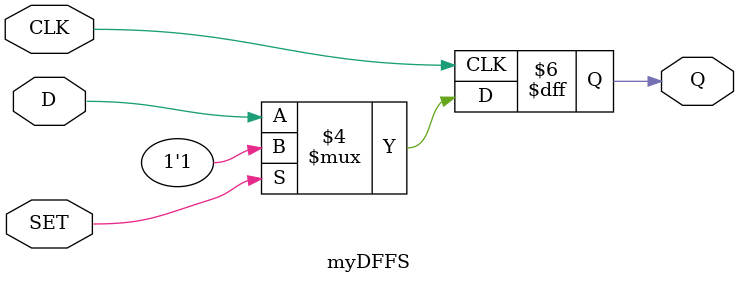
<source format=v>
module myDFFS (output reg Q, input D, CLK, SET);
	parameter [0:0] INIT = 1'b1;
	initial Q = INIT;
	always @(posedge CLK) begin
		if (SET)
			Q <= 1'b1;
		else
			Q <= D;
	end
endmodule
</source>
